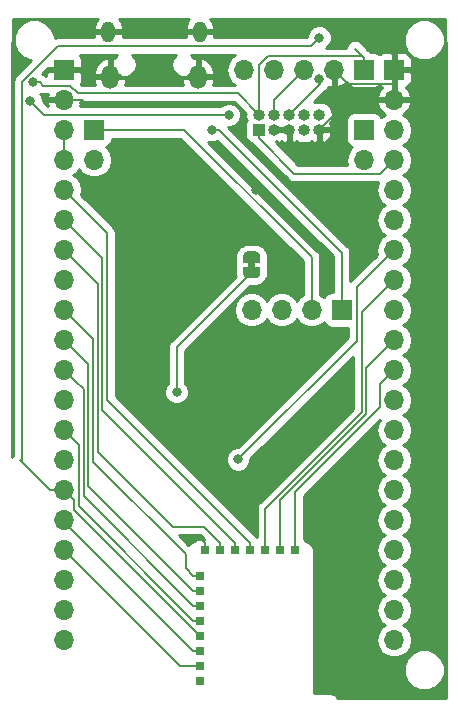
<source format=gbr>
G04 #@! TF.GenerationSoftware,KiCad,Pcbnew,5.0.1*
G04 #@! TF.CreationDate,2019-01-03T14:53:17+01:00*
G04 #@! TF.ProjectId,e73-c,6537332D632E6B696361645F70636200,rev?*
G04 #@! TF.SameCoordinates,Original*
G04 #@! TF.FileFunction,Copper,L2,Bot,Signal*
G04 #@! TF.FilePolarity,Positive*
%FSLAX46Y46*%
G04 Gerber Fmt 4.6, Leading zero omitted, Abs format (unit mm)*
G04 Created by KiCad (PCBNEW 5.0.1) date do 03 jan 2019 14:53:17 CET*
%MOMM*%
%LPD*%
G01*
G04 APERTURE LIST*
G04 #@! TA.AperFunction,ComponentPad*
%ADD10R,0.750000X0.750000*%
G04 #@! TD*
G04 #@! TA.AperFunction,ComponentPad*
%ADD11R,1.700000X1.700000*%
G04 #@! TD*
G04 #@! TA.AperFunction,ComponentPad*
%ADD12O,1.700000X1.700000*%
G04 #@! TD*
G04 #@! TA.AperFunction,SMDPad,CuDef*
%ADD13C,0.500000*%
G04 #@! TD*
G04 #@! TA.AperFunction,Conductor*
%ADD14C,0.100000*%
G04 #@! TD*
G04 #@! TA.AperFunction,ComponentPad*
%ADD15O,1.450000X2.000000*%
G04 #@! TD*
G04 #@! TA.AperFunction,ComponentPad*
%ADD16O,1.150000X1.800000*%
G04 #@! TD*
G04 #@! TA.AperFunction,ComponentPad*
%ADD17R,1.000000X1.000000*%
G04 #@! TD*
G04 #@! TA.AperFunction,ComponentPad*
%ADD18O,1.000000X1.000000*%
G04 #@! TD*
G04 #@! TA.AperFunction,ViaPad*
%ADD19C,0.800000*%
G04 #@! TD*
G04 #@! TA.AperFunction,Conductor*
%ADD20C,0.200000*%
G04 #@! TD*
G04 #@! TA.AperFunction,Conductor*
%ADD21C,0.254000*%
G04 #@! TD*
G04 APERTURE END LIST*
D10*
G04 #@! TO.P,U1,12*
G04 #@! TO.N,26*
X156740000Y-96515000D03*
G04 #@! TO.P,U1,14*
G04 #@! TO.N,6*
X155470000Y-96515000D03*
G04 #@! TO.P,U1,16*
G04 #@! TO.N,8*
X154200000Y-96515000D03*
G04 #@! TO.P,U1,18*
G04 #@! TO.N,4*
X152930000Y-96515000D03*
G04 #@! TO.P,U1,20*
G04 #@! TO.N,12*
X151660000Y-96515000D03*
G04 #@! TO.P,U1,22*
G04 #@! TO.N,7*
X150390000Y-96515000D03*
G04 #@! TO.P,U1,24*
G04 #@! TO.N,GND*
X149120000Y-96515000D03*
G04 #@! TO.P,U1,42*
G04 #@! TO.N,38*
X148685000Y-107610000D03*
G04 #@! TO.P,U1,40*
G04 #@! TO.N,36*
X148685000Y-106340000D03*
G04 #@! TO.P,U1,38*
G04 #@! TO.N,34*
X148685000Y-105070000D03*
G04 #@! TO.P,U1,36*
G04 #@! TO.N,32*
X148685000Y-103800000D03*
G04 #@! TO.P,U1,34*
G04 #@! TO.N,22*
X148685000Y-102530000D03*
G04 #@! TO.P,U1,32*
G04 #@! TO.N,20*
X148685000Y-101260000D03*
G04 #@! TO.P,U1,30*
G04 #@! TO.N,17*
X148685000Y-99990000D03*
G04 #@! TO.P,U1,28*
G04 #@! TO.N,15*
X148685000Y-98720000D03*
G04 #@! TD*
D11*
G04 #@! TO.P,J6,1*
G04 #@! TO.N,LDO_IN*
X160655000Y-76200000D03*
D12*
G04 #@! TO.P,J6,2*
G04 #@! TO.N,5V*
X158115000Y-76200000D03*
G04 #@! TO.P,J6,3*
G04 #@! TO.N,VDDH*
X155575000Y-76200000D03*
G04 #@! TO.P,J6,4*
G04 #@! TO.N,VDD*
X153035000Y-76200000D03*
G04 #@! TD*
G04 #@! TO.P,J7,2*
G04 #@! TO.N,VBAT*
X162560000Y-63500000D03*
D11*
G04 #@! TO.P,J7,1*
X162560000Y-60960000D03*
G04 #@! TD*
G04 #@! TO.P,J4,1*
G04 #@! TO.N,5V*
X139700000Y-60960000D03*
D12*
G04 #@! TO.P,J4,2*
X139700000Y-63500000D03*
G04 #@! TD*
D11*
G04 #@! TO.P,J3,1*
G04 #@! TO.N,SWDIO*
X162560000Y-55880000D03*
D12*
G04 #@! TO.P,J3,2*
G04 #@! TO.N,GND*
X160020000Y-55880000D03*
G04 #@! TO.P,J3,3*
G04 #@! TO.N,SWDCLK*
X157480000Y-55880000D03*
G04 #@! TO.P,J3,4*
G04 #@! TO.N,VDD*
X154940000Y-55880000D03*
G04 #@! TO.P,J3,5*
G04 #@! TO.N,5V*
X152400000Y-55880000D03*
G04 #@! TD*
D13*
G04 #@! TO.P,JP3,1*
G04 #@! TO.N,!RST*
X153035000Y-71725000D03*
D14*
G04 #@! TD*
G04 #@! TO.N,!RST*
G04 #@! TO.C,JP3*
G36*
X153335000Y-72225000D02*
X153335000Y-72625000D01*
X152735000Y-72625000D01*
X152735000Y-72225000D01*
X152285000Y-72225000D01*
X152285000Y-71725000D01*
X152285602Y-71725000D01*
X152285602Y-71700466D01*
X152290412Y-71651635D01*
X152299984Y-71603510D01*
X152314228Y-71556555D01*
X152333005Y-71511222D01*
X152356136Y-71467949D01*
X152383396Y-71427150D01*
X152414524Y-71389221D01*
X152449221Y-71354524D01*
X152487150Y-71323396D01*
X152527949Y-71296136D01*
X152571222Y-71273005D01*
X152616555Y-71254228D01*
X152663510Y-71239984D01*
X152711635Y-71230412D01*
X152760466Y-71225602D01*
X152785000Y-71225602D01*
X152785000Y-71225000D01*
X153285000Y-71225000D01*
X153285000Y-71225602D01*
X153309534Y-71225602D01*
X153358365Y-71230412D01*
X153406490Y-71239984D01*
X153453445Y-71254228D01*
X153498778Y-71273005D01*
X153542051Y-71296136D01*
X153582850Y-71323396D01*
X153620779Y-71354524D01*
X153655476Y-71389221D01*
X153686604Y-71427150D01*
X153713864Y-71467949D01*
X153736995Y-71511222D01*
X153755772Y-71556555D01*
X153770016Y-71603510D01*
X153779588Y-71651635D01*
X153784398Y-71700466D01*
X153784398Y-71725000D01*
X153785000Y-71725000D01*
X153785000Y-72225000D01*
X153335000Y-72225000D01*
X153335000Y-72225000D01*
G37*
D13*
G04 #@! TO.P,JP3,2*
G04 #@! TO.N,18*
X153035000Y-73025000D03*
D14*
G04 #@! TD*
G04 #@! TO.N,18*
G04 #@! TO.C,JP3*
G36*
X153784398Y-73025000D02*
X153784398Y-73049534D01*
X153779588Y-73098365D01*
X153770016Y-73146490D01*
X153755772Y-73193445D01*
X153736995Y-73238778D01*
X153713864Y-73282051D01*
X153686604Y-73322850D01*
X153655476Y-73360779D01*
X153620779Y-73395476D01*
X153582850Y-73426604D01*
X153542051Y-73453864D01*
X153498778Y-73476995D01*
X153453445Y-73495772D01*
X153406490Y-73510016D01*
X153358365Y-73519588D01*
X153309534Y-73524398D01*
X153285000Y-73524398D01*
X153285000Y-73525000D01*
X152785000Y-73525000D01*
X152785000Y-73524398D01*
X152760466Y-73524398D01*
X152711635Y-73519588D01*
X152663510Y-73510016D01*
X152616555Y-73495772D01*
X152571222Y-73476995D01*
X152527949Y-73453864D01*
X152487150Y-73426604D01*
X152449221Y-73395476D01*
X152414524Y-73360779D01*
X152383396Y-73322850D01*
X152356136Y-73282051D01*
X152333005Y-73238778D01*
X152314228Y-73193445D01*
X152299984Y-73146490D01*
X152290412Y-73098365D01*
X152285602Y-73049534D01*
X152285602Y-73025000D01*
X152285000Y-73025000D01*
X152285000Y-72525000D01*
X153785000Y-72525000D01*
X153785000Y-73025000D01*
X153784398Y-73025000D01*
X153784398Y-73025000D01*
G37*
D11*
G04 #@! TO.P,J1,1*
G04 #@! TO.N,GND*
X165100000Y-55880000D03*
D12*
G04 #@! TO.P,J1,2*
X165100000Y-58420000D03*
G04 #@! TO.P,J1,3*
G04 #@! TO.N,VDD*
X165100000Y-60960000D03*
G04 #@! TO.P,J1,4*
X165100000Y-63500000D03*
G04 #@! TO.P,J1,5*
G04 #@! TO.N,Net-(J1-Pad5)*
X165100000Y-66040000D03*
G04 #@! TO.P,J1,6*
G04 #@! TO.N,Net-(J1-Pad6)*
X165100000Y-68580000D03*
G04 #@! TO.P,J1,7*
G04 #@! TO.N,40*
X165100000Y-71120000D03*
G04 #@! TO.P,J1,8*
G04 #@! TO.N,8*
X165100000Y-73660000D03*
G04 #@! TO.P,J1,9*
G04 #@! TO.N,5*
X165100000Y-76200000D03*
G04 #@! TO.P,J1,10*
G04 #@! TO.N,6*
X165100000Y-78740000D03*
G04 #@! TO.P,J1,11*
G04 #@! TO.N,26*
X165100000Y-81280000D03*
G04 #@! TO.P,J1,12*
G04 #@! TO.N,30*
X165100000Y-83820000D03*
G04 #@! TO.P,J1,13*
G04 #@! TO.N,31*
X165100000Y-86360000D03*
G04 #@! TO.P,J1,14*
G04 #@! TO.N,29*
X165100000Y-88900000D03*
G04 #@! TO.P,J1,15*
G04 #@! TO.N,2*
X165100000Y-91440000D03*
G04 #@! TO.P,J1,16*
G04 #@! TO.N,44*
X165100000Y-93980000D03*
G04 #@! TO.P,J1,17*
G04 #@! TO.N,28*
X165100000Y-96520000D03*
G04 #@! TO.P,J1,18*
G04 #@! TO.N,3*
X165100000Y-99060000D03*
G04 #@! TO.P,J1,19*
G04 #@! TO.N,41*
X165100000Y-101600000D03*
G04 #@! TO.P,J1,20*
G04 #@! TO.N,42*
X165100000Y-104140000D03*
G04 #@! TD*
G04 #@! TO.P,J2,20*
G04 #@! TO.N,10*
X137160000Y-104140000D03*
G04 #@! TO.P,J2,19*
G04 #@! TO.N,38*
X137160000Y-101600000D03*
G04 #@! TO.P,J2,18*
G04 #@! TO.N,9*
X137160000Y-99060000D03*
G04 #@! TO.P,J2,17*
G04 #@! TO.N,36*
X137160000Y-96520000D03*
G04 #@! TO.P,J2,16*
G04 #@! TO.N,34*
X137160000Y-93980000D03*
G04 #@! TO.P,J2,15*
G04 #@! TO.N,32*
X137160000Y-91440000D03*
G04 #@! TO.P,J2,14*
G04 #@! TO.N,24*
X137160000Y-88900000D03*
G04 #@! TO.P,J2,13*
G04 #@! TO.N,22*
X137160000Y-86360000D03*
G04 #@! TO.P,J2,12*
G04 #@! TO.N,13*
X137160000Y-83820000D03*
G04 #@! TO.P,J2,11*
G04 #@! TO.N,20*
X137160000Y-81280000D03*
G04 #@! TO.P,J2,10*
G04 #@! TO.N,17*
X137160000Y-78740000D03*
G04 #@! TO.P,J2,9*
G04 #@! TO.N,15*
X137160000Y-76200000D03*
G04 #@! TO.P,J2,8*
G04 #@! TO.N,18*
X137160000Y-73660000D03*
G04 #@! TO.P,J2,7*
G04 #@! TO.N,7*
X137160000Y-71120000D03*
G04 #@! TO.P,J2,6*
G04 #@! TO.N,12*
X137160000Y-68580000D03*
G04 #@! TO.P,J2,5*
G04 #@! TO.N,4*
X137160000Y-66040000D03*
G04 #@! TO.P,J2,4*
G04 #@! TO.N,VDD*
X137160000Y-63500000D03*
G04 #@! TO.P,J2,3*
X137160000Y-60960000D03*
G04 #@! TO.P,J2,2*
G04 #@! TO.N,GND*
X137160000Y-58420000D03*
D11*
G04 #@! TO.P,J2,1*
X137160000Y-55880000D03*
G04 #@! TD*
D15*
G04 #@! TO.P,J5,6*
G04 #@! TO.N,GND*
X148505000Y-56460000D03*
X141055000Y-56460000D03*
D16*
X148655000Y-52660000D03*
X140905000Y-52660000D03*
G04 #@! TD*
D17*
G04 #@! TO.P,J8,1*
G04 #@! TO.N,VDD*
X153670000Y-60960000D03*
D18*
G04 #@! TO.P,J8,2*
G04 #@! TO.N,SWDIO*
X153670000Y-59690000D03*
G04 #@! TO.P,J8,3*
G04 #@! TO.N,GND*
X154940000Y-60960000D03*
G04 #@! TO.P,J8,4*
G04 #@! TO.N,SWDCLK*
X154940000Y-59690000D03*
G04 #@! TO.P,J8,5*
G04 #@! TO.N,GND*
X156210000Y-60960000D03*
G04 #@! TO.P,J8,6*
G04 #@! TO.N,32*
X156210000Y-59690000D03*
G04 #@! TO.P,J8,7*
G04 #@! TO.N,Net-(J8-Pad7)*
X157480000Y-60960000D03*
G04 #@! TO.P,J8,8*
G04 #@! TO.N,Net-(J8-Pad8)*
X157480000Y-59690000D03*
G04 #@! TO.P,J8,9*
G04 #@! TO.N,GND*
X158750000Y-60960000D03*
G04 #@! TO.P,J8,10*
G04 #@! TO.N,!RST*
X158750000Y-59690000D03*
G04 #@! TD*
D19*
G04 #@! TO.N,GND*
X161518600Y-103165000D03*
X142240000Y-76200000D03*
X140970000Y-67310000D03*
X160020000Y-66040000D03*
X162560000Y-66040000D03*
X153441400Y-66040000D03*
X151257000Y-70205600D03*
X147726400Y-95656400D03*
G04 #@! TO.N,SWDIO*
X134562409Y-56927555D03*
G04 #@! TO.N,SWDCLK*
X134304010Y-58525089D03*
X151130000Y-59690000D03*
G04 #@! TO.N,!RST*
X152908000Y-71628000D03*
G04 #@! TO.N,LDO_IN*
X149672000Y-60960000D03*
G04 #@! TO.N,32*
X158775400Y-53136800D03*
X158750000Y-56642000D03*
G04 #@! TO.N,40*
X151892000Y-88849200D03*
G04 #@! TO.N,18*
X146685000Y-83159600D03*
G04 #@! TD*
D20*
G04 #@! TO.N,VDD*
X137160000Y-62297919D02*
X137160000Y-60960000D01*
X137160000Y-63500000D02*
X137160000Y-62297919D01*
X163949999Y-64650001D02*
X164250001Y-64349999D01*
X164250001Y-64349999D02*
X165100000Y-63500000D01*
X153670000Y-61660000D02*
X156660001Y-64650001D01*
X156660001Y-64650001D02*
X163949999Y-64650001D01*
X153670000Y-60960000D02*
X153670000Y-61660000D01*
G04 #@! TO.N,GND*
X160020000Y-59690000D02*
X160020000Y-55880000D01*
X158750000Y-60960000D02*
X160020000Y-59690000D01*
X165100000Y-56930000D02*
X165100000Y-55880000D01*
X161170001Y-57030001D02*
X164999999Y-57030001D01*
X164999999Y-57030001D02*
X165100000Y-56930000D01*
X160020000Y-55880000D02*
X161170001Y-57030001D01*
X165100000Y-55880000D02*
X165100000Y-58420000D01*
X147726400Y-95656400D02*
X149021800Y-95656400D01*
X148836400Y-95656400D02*
X148292085Y-95656400D01*
X148292085Y-95656400D02*
X147726400Y-95656400D01*
X149120000Y-95940000D02*
X148836400Y-95656400D01*
X149120000Y-96515000D02*
X149120000Y-95940000D01*
X138684000Y-58420000D02*
X137160000Y-58420000D01*
X139192000Y-58928000D02*
X138684000Y-58420000D01*
G04 #@! TO.N,SWDIO*
X162560000Y-54830000D02*
X162560000Y-55880000D01*
X162459999Y-54729999D02*
X162560000Y-54830000D01*
X154387999Y-54729999D02*
X162459999Y-54729999D01*
X153670000Y-55447998D02*
X154387999Y-54729999D01*
X153670000Y-59690000D02*
X153670000Y-55447998D01*
X162560000Y-54830000D02*
X161806600Y-54076600D01*
X135401093Y-57200554D02*
X135128094Y-56927555D01*
X135128094Y-56927555D02*
X134562409Y-56927555D01*
X153670000Y-59690000D02*
X151847999Y-57867999D01*
X151847999Y-57867999D02*
X138310001Y-57867999D01*
X138310001Y-57867999D02*
X137642556Y-57200554D01*
X137642556Y-57200554D02*
X135401093Y-57200554D01*
G04 #@! TO.N,SWDCLK*
X154940000Y-58420000D02*
X157480000Y-55880000D01*
X154940000Y-59690000D02*
X154940000Y-58420000D01*
X134704009Y-58925088D02*
X134304010Y-58525089D01*
X135468921Y-59690000D02*
X134704009Y-58925088D01*
X151130000Y-59690000D02*
X135468921Y-59690000D01*
G04 #@! TO.N,26*
X163949999Y-82430001D02*
X163949999Y-84399396D01*
X165100000Y-81280000D02*
X163949999Y-82430001D01*
X156740000Y-91609395D02*
X156740000Y-96515000D01*
X163949999Y-84399396D02*
X156740000Y-91609395D01*
G04 #@! TO.N,LDO_IN*
X160655000Y-71343000D02*
X150272000Y-60960000D01*
X150272000Y-60960000D02*
X149672000Y-60960000D01*
X160655000Y-76200000D02*
X160655000Y-71343000D01*
G04 #@! TO.N,8*
X154200000Y-93017998D02*
X154200000Y-96515000D01*
X162350410Y-84867588D02*
X154200000Y-93017998D01*
X165100000Y-73660000D02*
X162350410Y-76409590D01*
X162350410Y-76409590D02*
X162350410Y-84867588D01*
G04 #@! TO.N,7*
X138009999Y-71969999D02*
X137160000Y-71120000D01*
X140010049Y-73970049D02*
X138009999Y-71969999D01*
X140010049Y-88214051D02*
X140010049Y-73970049D01*
X146348999Y-94553001D02*
X140010049Y-88214051D01*
X149003001Y-94553001D02*
X146348999Y-94553001D01*
X150390000Y-95940000D02*
X149003001Y-94553001D01*
X150390000Y-96515000D02*
X150390000Y-95940000D01*
G04 #@! TO.N,6*
X155470000Y-96515000D02*
X155470000Y-92313696D01*
X155470000Y-92313696D02*
X162750420Y-85033277D01*
X162750420Y-81089580D02*
X165100000Y-78740000D01*
X162750420Y-85033277D02*
X162750420Y-81089580D01*
G04 #@! TO.N,4*
X138009999Y-66889999D02*
X137160000Y-66040000D01*
X140810069Y-69690069D02*
X138009999Y-66889999D01*
X140810069Y-83820069D02*
X140810069Y-69690069D01*
X152930000Y-95940000D02*
X140810069Y-83820069D01*
X152930000Y-96515000D02*
X152930000Y-95940000D01*
G04 #@! TO.N,22*
X138009999Y-87209999D02*
X137160000Y-86360000D01*
X138410009Y-87610009D02*
X138009999Y-87209999D01*
X138410009Y-92830009D02*
X138410009Y-87610009D01*
X148110000Y-102530000D02*
X138410009Y-92830009D01*
X148685000Y-102530000D02*
X148110000Y-102530000D01*
G04 #@! TO.N,20*
X138009999Y-82129999D02*
X137160000Y-81280000D01*
X138810019Y-91960019D02*
X138810019Y-82930019D01*
X148110000Y-101260000D02*
X138810019Y-91960019D01*
X138810019Y-82930019D02*
X138009999Y-82129999D01*
X148685000Y-101260000D02*
X148110000Y-101260000D01*
G04 #@! TO.N,17*
X138009999Y-79589999D02*
X137160000Y-78740000D01*
X139210029Y-91090029D02*
X139210029Y-80790029D01*
X148110000Y-99990000D02*
X139210029Y-91090029D01*
X139210029Y-80790029D02*
X138009999Y-79589999D01*
X148685000Y-99990000D02*
X148110000Y-99990000D01*
G04 #@! TO.N,15*
X138009999Y-77049999D02*
X137160000Y-76200000D01*
X139610039Y-78650039D02*
X138009999Y-77049999D01*
X139610039Y-89070039D02*
X139610039Y-78650039D01*
X147447000Y-98057000D02*
X147447000Y-96907000D01*
X148110000Y-98720000D02*
X147447000Y-98057000D01*
X148685000Y-98720000D02*
X148110000Y-98720000D01*
X147447000Y-96907000D02*
X139610039Y-89070039D01*
G04 #@! TO.N,12*
X140410059Y-71830059D02*
X138009999Y-69429999D01*
X140410059Y-84690059D02*
X140410059Y-71830059D01*
X151660000Y-95940000D02*
X140410059Y-84690059D01*
X138009999Y-69429999D02*
X137160000Y-68580000D01*
X151660000Y-96515000D02*
X151660000Y-95940000D01*
G04 #@! TO.N,32*
X138009999Y-92289999D02*
X137160000Y-91440000D01*
X138009999Y-93124999D02*
X138009999Y-92289999D01*
X148685000Y-103800000D02*
X138009999Y-93124999D01*
X137160000Y-91440000D02*
X135957919Y-91440000D01*
X156210000Y-59690000D02*
X158800800Y-57099200D01*
X158800800Y-57099200D02*
X158800800Y-56515000D01*
X158775400Y-53136800D02*
X158775400Y-53136800D01*
X158800800Y-56515000D02*
X158800800Y-56515000D01*
X133604000Y-89086081D02*
X133462799Y-88944880D01*
X133604000Y-89086081D02*
X133604000Y-56896000D01*
X135957919Y-91440000D02*
X133604000Y-89086081D01*
X158375401Y-53536799D02*
X158775400Y-53136800D01*
X136639990Y-53860010D02*
X158052190Y-53860010D01*
X158052190Y-53860010D02*
X158375401Y-53536799D01*
X133604000Y-56896000D02*
X136639990Y-53860010D01*
G04 #@! TO.N,40*
X161950400Y-74269600D02*
X165100000Y-71120000D01*
X151892000Y-88849200D02*
X161950400Y-78790800D01*
X161950400Y-78790800D02*
X161950400Y-74269600D01*
G04 #@! TO.N,34*
X148110000Y-105070000D02*
X137160000Y-94120000D01*
X137160000Y-94120000D02*
X137160000Y-93980000D01*
X148685000Y-105070000D02*
X148110000Y-105070000D01*
G04 #@! TO.N,36*
X146980000Y-106340000D02*
X137160000Y-96520000D01*
X148685000Y-106340000D02*
X146980000Y-106340000D01*
G04 #@! TO.N,18*
X146685000Y-79375000D02*
X153035000Y-73025000D01*
X146685000Y-83159600D02*
X146685000Y-79375000D01*
G04 #@! TO.N,5V*
X158115000Y-74997919D02*
X158115000Y-76200000D01*
X158115000Y-71755000D02*
X158115000Y-74930000D01*
X147320000Y-60960000D02*
X158115000Y-71755000D01*
X139700000Y-60960000D02*
X147320000Y-60960000D01*
X158115000Y-76200000D02*
X158115000Y-74930000D01*
G04 #@! TD*
D21*
G04 #@! TO.N,GND*
G36*
X139835707Y-51754620D02*
X139695000Y-52208000D01*
X139695000Y-52533000D01*
X140778000Y-52533000D01*
X140778000Y-52513000D01*
X141032000Y-52513000D01*
X141032000Y-52533000D01*
X142115000Y-52533000D01*
X142115000Y-52208000D01*
X141974293Y-51754620D01*
X141791690Y-51535000D01*
X147768310Y-51535000D01*
X147585707Y-51754620D01*
X147445000Y-52208000D01*
X147445000Y-52533000D01*
X148528000Y-52533000D01*
X148528000Y-52513000D01*
X148782000Y-52513000D01*
X148782000Y-52533000D01*
X149865000Y-52533000D01*
X149865000Y-52208000D01*
X149724293Y-51754620D01*
X149541690Y-51535000D01*
X169445000Y-51535000D01*
X169445001Y-53412388D01*
X169470001Y-53538071D01*
X169470000Y-106749925D01*
X169470001Y-106749930D01*
X169470000Y-109093000D01*
X160312386Y-109093000D01*
X160307805Y-109069972D01*
X160150881Y-108835119D01*
X159916028Y-108678195D01*
X159639000Y-108623091D01*
X159441380Y-108662400D01*
X158291600Y-108662400D01*
X158291600Y-106334887D01*
X165905000Y-106334887D01*
X165905000Y-107025113D01*
X166169138Y-107662799D01*
X166657201Y-108150862D01*
X167294887Y-108415000D01*
X167985113Y-108415000D01*
X168622799Y-108150862D01*
X169110862Y-107662799D01*
X169375000Y-107025113D01*
X169375000Y-106334887D01*
X169110862Y-105697201D01*
X168622799Y-105209138D01*
X167985113Y-104945000D01*
X167294887Y-104945000D01*
X166657201Y-105209138D01*
X166169138Y-105697201D01*
X165905000Y-106334887D01*
X158291600Y-106334887D01*
X158291600Y-96564526D01*
X158305509Y-96494600D01*
X158250405Y-96217572D01*
X158093481Y-95982719D01*
X157858628Y-95825795D01*
X157651526Y-95784600D01*
X157651525Y-95784600D01*
X157639660Y-95782240D01*
X157572809Y-95682191D01*
X157475000Y-95616837D01*
X157475000Y-91913841D01*
X163888233Y-85500609D01*
X163701161Y-85780582D01*
X163585908Y-86360000D01*
X163701161Y-86939418D01*
X164029375Y-87430625D01*
X164327761Y-87630000D01*
X164029375Y-87829375D01*
X163701161Y-88320582D01*
X163585908Y-88900000D01*
X163701161Y-89479418D01*
X164029375Y-89970625D01*
X164327761Y-90170000D01*
X164029375Y-90369375D01*
X163701161Y-90860582D01*
X163585908Y-91440000D01*
X163701161Y-92019418D01*
X164029375Y-92510625D01*
X164327761Y-92710000D01*
X164029375Y-92909375D01*
X163701161Y-93400582D01*
X163585908Y-93980000D01*
X163701161Y-94559418D01*
X164029375Y-95050625D01*
X164327761Y-95250000D01*
X164029375Y-95449375D01*
X163701161Y-95940582D01*
X163585908Y-96520000D01*
X163701161Y-97099418D01*
X164029375Y-97590625D01*
X164327761Y-97790000D01*
X164029375Y-97989375D01*
X163701161Y-98480582D01*
X163585908Y-99060000D01*
X163701161Y-99639418D01*
X164029375Y-100130625D01*
X164327761Y-100330000D01*
X164029375Y-100529375D01*
X163701161Y-101020582D01*
X163585908Y-101600000D01*
X163701161Y-102179418D01*
X164029375Y-102670625D01*
X164327761Y-102870000D01*
X164029375Y-103069375D01*
X163701161Y-103560582D01*
X163585908Y-104140000D01*
X163701161Y-104719418D01*
X164029375Y-105210625D01*
X164520582Y-105538839D01*
X164953744Y-105625000D01*
X165246256Y-105625000D01*
X165679418Y-105538839D01*
X166170625Y-105210625D01*
X166498839Y-104719418D01*
X166614092Y-104140000D01*
X166498839Y-103560582D01*
X166170625Y-103069375D01*
X165872239Y-102870000D01*
X166170625Y-102670625D01*
X166498839Y-102179418D01*
X166614092Y-101600000D01*
X166498839Y-101020582D01*
X166170625Y-100529375D01*
X165872239Y-100330000D01*
X166170625Y-100130625D01*
X166498839Y-99639418D01*
X166614092Y-99060000D01*
X166498839Y-98480582D01*
X166170625Y-97989375D01*
X165872239Y-97790000D01*
X166170625Y-97590625D01*
X166498839Y-97099418D01*
X166614092Y-96520000D01*
X166498839Y-95940582D01*
X166170625Y-95449375D01*
X165872239Y-95250000D01*
X166170625Y-95050625D01*
X166498839Y-94559418D01*
X166614092Y-93980000D01*
X166498839Y-93400582D01*
X166170625Y-92909375D01*
X165872239Y-92710000D01*
X166170625Y-92510625D01*
X166498839Y-92019418D01*
X166614092Y-91440000D01*
X166498839Y-90860582D01*
X166170625Y-90369375D01*
X165872239Y-90170000D01*
X166170625Y-89970625D01*
X166498839Y-89479418D01*
X166614092Y-88900000D01*
X166498839Y-88320582D01*
X166170625Y-87829375D01*
X165872239Y-87630000D01*
X166170625Y-87430625D01*
X166498839Y-86939418D01*
X166614092Y-86360000D01*
X166498839Y-85780582D01*
X166170625Y-85289375D01*
X165872239Y-85090000D01*
X166170625Y-84890625D01*
X166498839Y-84399418D01*
X166614092Y-83820000D01*
X166498839Y-83240582D01*
X166170625Y-82749375D01*
X165872239Y-82550000D01*
X166170625Y-82350625D01*
X166498839Y-81859418D01*
X166614092Y-81280000D01*
X166498839Y-80700582D01*
X166170625Y-80209375D01*
X165872239Y-80010000D01*
X166170625Y-79810625D01*
X166498839Y-79319418D01*
X166614092Y-78740000D01*
X166498839Y-78160582D01*
X166170625Y-77669375D01*
X165872239Y-77470000D01*
X166170625Y-77270625D01*
X166498839Y-76779418D01*
X166614092Y-76200000D01*
X166498839Y-75620582D01*
X166170625Y-75129375D01*
X165872239Y-74930000D01*
X166170625Y-74730625D01*
X166498839Y-74239418D01*
X166614092Y-73660000D01*
X166498839Y-73080582D01*
X166170625Y-72589375D01*
X165872239Y-72390000D01*
X166170625Y-72190625D01*
X166498839Y-71699418D01*
X166614092Y-71120000D01*
X166498839Y-70540582D01*
X166170625Y-70049375D01*
X165872239Y-69850000D01*
X166170625Y-69650625D01*
X166498839Y-69159418D01*
X166614092Y-68580000D01*
X166498839Y-68000582D01*
X166170625Y-67509375D01*
X165872239Y-67310000D01*
X166170625Y-67110625D01*
X166498839Y-66619418D01*
X166614092Y-66040000D01*
X166498839Y-65460582D01*
X166170625Y-64969375D01*
X165872239Y-64770000D01*
X166170625Y-64570625D01*
X166498839Y-64079418D01*
X166614092Y-63500000D01*
X166498839Y-62920582D01*
X166170625Y-62429375D01*
X165872239Y-62230000D01*
X166170625Y-62030625D01*
X166498839Y-61539418D01*
X166614092Y-60960000D01*
X166498839Y-60380582D01*
X166170625Y-59889375D01*
X165851522Y-59676157D01*
X165981358Y-59615183D01*
X166371645Y-59186924D01*
X166541476Y-58776890D01*
X166420155Y-58547000D01*
X165227000Y-58547000D01*
X165227000Y-58567000D01*
X164973000Y-58567000D01*
X164973000Y-58547000D01*
X163779845Y-58547000D01*
X163658524Y-58776890D01*
X163828355Y-59186924D01*
X164218642Y-59615183D01*
X164348478Y-59676157D01*
X164029375Y-59889375D01*
X164017184Y-59907619D01*
X164008157Y-59862235D01*
X163867809Y-59652191D01*
X163657765Y-59511843D01*
X163410000Y-59462560D01*
X161710000Y-59462560D01*
X161462235Y-59511843D01*
X161252191Y-59652191D01*
X161111843Y-59862235D01*
X161062560Y-60110000D01*
X161062560Y-61810000D01*
X161111843Y-62057765D01*
X161252191Y-62267809D01*
X161462235Y-62408157D01*
X161507619Y-62417184D01*
X161489375Y-62429375D01*
X161161161Y-62920582D01*
X161045908Y-63500000D01*
X161128457Y-63915001D01*
X156964448Y-63915001D01*
X155067002Y-62017556D01*
X155067002Y-61927955D01*
X155241874Y-62054119D01*
X155500209Y-61947127D01*
X155575000Y-61882511D01*
X155649791Y-61947127D01*
X155908126Y-62054119D01*
X156083000Y-61927954D01*
X156083000Y-61087000D01*
X155067000Y-61087000D01*
X155067000Y-61107000D01*
X154817440Y-61107000D01*
X154817440Y-60822856D01*
X154828217Y-60825000D01*
X155051783Y-60825000D01*
X155067000Y-60821973D01*
X155067000Y-60833000D01*
X156083000Y-60833000D01*
X156083000Y-60821973D01*
X156098217Y-60825000D01*
X156321783Y-60825000D01*
X156337000Y-60821973D01*
X156337000Y-60833000D01*
X156348027Y-60833000D01*
X156322765Y-60960000D01*
X156348027Y-61087000D01*
X156337000Y-61087000D01*
X156337000Y-61927954D01*
X156511874Y-62054119D01*
X156770209Y-61947127D01*
X156833090Y-61892801D01*
X157037145Y-62029146D01*
X157368217Y-62095000D01*
X157591783Y-62095000D01*
X157922855Y-62029146D01*
X158126910Y-61892801D01*
X158189791Y-61947127D01*
X158448126Y-62054119D01*
X158623000Y-61927954D01*
X158623000Y-61087000D01*
X158877000Y-61087000D01*
X158877000Y-61927954D01*
X159051874Y-62054119D01*
X159310209Y-61947127D01*
X159645323Y-61657604D01*
X159844132Y-61261877D01*
X159719135Y-61087000D01*
X158877000Y-61087000D01*
X158623000Y-61087000D01*
X158611973Y-61087000D01*
X158637235Y-60960000D01*
X158611973Y-60833000D01*
X158623000Y-60833000D01*
X158623000Y-60821973D01*
X158638217Y-60825000D01*
X158861783Y-60825000D01*
X158877000Y-60821973D01*
X158877000Y-60833000D01*
X159719135Y-60833000D01*
X159844132Y-60658123D01*
X159682776Y-60336947D01*
X159819146Y-60132855D01*
X159907235Y-59690000D01*
X159819146Y-59247145D01*
X159568289Y-58871711D01*
X159192855Y-58620854D01*
X158861783Y-58555000D01*
X158638217Y-58555000D01*
X158321435Y-58618012D01*
X159269338Y-57670109D01*
X159330705Y-57629105D01*
X159493154Y-57385983D01*
X159498971Y-57356740D01*
X159571980Y-57283731D01*
X159663110Y-57321476D01*
X159893000Y-57200155D01*
X159893000Y-56007000D01*
X159873000Y-56007000D01*
X159873000Y-55753000D01*
X159893000Y-55753000D01*
X159893000Y-55733000D01*
X160147000Y-55733000D01*
X160147000Y-55753000D01*
X160167000Y-55753000D01*
X160167000Y-56007000D01*
X160147000Y-56007000D01*
X160147000Y-57200155D01*
X160376890Y-57321476D01*
X160786924Y-57151645D01*
X161091261Y-56874292D01*
X161111843Y-56977765D01*
X161252191Y-57187809D01*
X161462235Y-57328157D01*
X161710000Y-57377440D01*
X163410000Y-57377440D01*
X163657765Y-57328157D01*
X163833025Y-57211051D01*
X163890302Y-57268327D01*
X164099878Y-57355136D01*
X163828355Y-57653076D01*
X163658524Y-58063110D01*
X163779845Y-58293000D01*
X164973000Y-58293000D01*
X164973000Y-56007000D01*
X165227000Y-56007000D01*
X165227000Y-58293000D01*
X166420155Y-58293000D01*
X166541476Y-58063110D01*
X166371645Y-57653076D01*
X166100122Y-57355136D01*
X166309698Y-57268327D01*
X166488327Y-57089699D01*
X166585000Y-56856310D01*
X166585000Y-56165750D01*
X166426250Y-56007000D01*
X165227000Y-56007000D01*
X164973000Y-56007000D01*
X164953000Y-56007000D01*
X164953000Y-55753000D01*
X164973000Y-55753000D01*
X164973000Y-54553750D01*
X165227000Y-54553750D01*
X165227000Y-55753000D01*
X166426250Y-55753000D01*
X166585000Y-55594250D01*
X166585000Y-54903690D01*
X166488327Y-54670301D01*
X166309698Y-54491673D01*
X166076309Y-54395000D01*
X165385750Y-54395000D01*
X165227000Y-54553750D01*
X164973000Y-54553750D01*
X164814250Y-54395000D01*
X164123691Y-54395000D01*
X163890302Y-54491673D01*
X163833025Y-54548949D01*
X163657765Y-54431843D01*
X163410000Y-54382560D01*
X163145006Y-54382560D01*
X163089905Y-54300095D01*
X163029959Y-54260041D01*
X162989904Y-54200094D01*
X162928536Y-54159089D01*
X162275137Y-53505691D01*
X162093382Y-53384246D01*
X161806600Y-53327202D01*
X161519818Y-53384246D01*
X161276695Y-53546695D01*
X161114246Y-53789818D01*
X161073433Y-53994999D01*
X159380912Y-53994999D01*
X159652831Y-53723080D01*
X159810400Y-53342674D01*
X159810400Y-52994887D01*
X165905000Y-52994887D01*
X165905000Y-53685113D01*
X166169138Y-54322799D01*
X166657201Y-54810862D01*
X167294887Y-55075000D01*
X167985113Y-55075000D01*
X168622799Y-54810862D01*
X169110862Y-54322799D01*
X169375000Y-53685113D01*
X169375000Y-52994887D01*
X169110862Y-52357201D01*
X168622799Y-51869138D01*
X167985113Y-51605000D01*
X167294887Y-51605000D01*
X166657201Y-51869138D01*
X166169138Y-52357201D01*
X165905000Y-52994887D01*
X159810400Y-52994887D01*
X159810400Y-52930926D01*
X159652831Y-52550520D01*
X159361680Y-52259369D01*
X158981274Y-52101800D01*
X158569526Y-52101800D01*
X158189120Y-52259369D01*
X157897969Y-52550520D01*
X157740400Y-52930926D01*
X157740400Y-53125010D01*
X149860962Y-53125010D01*
X149865000Y-53112000D01*
X149865000Y-52787000D01*
X148782000Y-52787000D01*
X148782000Y-52807000D01*
X148528000Y-52807000D01*
X148528000Y-52787000D01*
X147445000Y-52787000D01*
X147445000Y-53112000D01*
X147449038Y-53125010D01*
X142110962Y-53125010D01*
X142115000Y-53112000D01*
X142115000Y-52787000D01*
X141032000Y-52787000D01*
X141032000Y-52807000D01*
X140778000Y-52807000D01*
X140778000Y-52787000D01*
X139695000Y-52787000D01*
X139695000Y-53112000D01*
X139699038Y-53125010D01*
X136712373Y-53125010D01*
X136639989Y-53110612D01*
X136567605Y-53125010D01*
X136567602Y-53125010D01*
X136355000Y-53167299D01*
X136355000Y-52994887D01*
X136090862Y-52357201D01*
X135602799Y-51869138D01*
X134965113Y-51605000D01*
X134274887Y-51605000D01*
X133637201Y-51869138D01*
X133149138Y-52357201D01*
X132885000Y-52994887D01*
X132885000Y-53685113D01*
X133149138Y-54322799D01*
X133637201Y-54810862D01*
X134274887Y-55075000D01*
X134385554Y-55075000D01*
X133135463Y-56325091D01*
X133074096Y-56366095D01*
X133033092Y-56427462D01*
X133033091Y-56427463D01*
X132911646Y-56609218D01*
X132854602Y-56896000D01*
X132869001Y-56968389D01*
X132869000Y-88510599D01*
X132790000Y-88628832D01*
X132790000Y-53538071D01*
X132815000Y-53412388D01*
X132815000Y-51535000D01*
X140018310Y-51535000D01*
X139835707Y-51754620D01*
X139835707Y-51754620D01*
G37*
X139835707Y-51754620D02*
X139695000Y-52208000D01*
X139695000Y-52533000D01*
X140778000Y-52533000D01*
X140778000Y-52513000D01*
X141032000Y-52513000D01*
X141032000Y-52533000D01*
X142115000Y-52533000D01*
X142115000Y-52208000D01*
X141974293Y-51754620D01*
X141791690Y-51535000D01*
X147768310Y-51535000D01*
X147585707Y-51754620D01*
X147445000Y-52208000D01*
X147445000Y-52533000D01*
X148528000Y-52533000D01*
X148528000Y-52513000D01*
X148782000Y-52513000D01*
X148782000Y-52533000D01*
X149865000Y-52533000D01*
X149865000Y-52208000D01*
X149724293Y-51754620D01*
X149541690Y-51535000D01*
X169445000Y-51535000D01*
X169445001Y-53412388D01*
X169470001Y-53538071D01*
X169470000Y-106749925D01*
X169470001Y-106749930D01*
X169470000Y-109093000D01*
X160312386Y-109093000D01*
X160307805Y-109069972D01*
X160150881Y-108835119D01*
X159916028Y-108678195D01*
X159639000Y-108623091D01*
X159441380Y-108662400D01*
X158291600Y-108662400D01*
X158291600Y-106334887D01*
X165905000Y-106334887D01*
X165905000Y-107025113D01*
X166169138Y-107662799D01*
X166657201Y-108150862D01*
X167294887Y-108415000D01*
X167985113Y-108415000D01*
X168622799Y-108150862D01*
X169110862Y-107662799D01*
X169375000Y-107025113D01*
X169375000Y-106334887D01*
X169110862Y-105697201D01*
X168622799Y-105209138D01*
X167985113Y-104945000D01*
X167294887Y-104945000D01*
X166657201Y-105209138D01*
X166169138Y-105697201D01*
X165905000Y-106334887D01*
X158291600Y-106334887D01*
X158291600Y-96564526D01*
X158305509Y-96494600D01*
X158250405Y-96217572D01*
X158093481Y-95982719D01*
X157858628Y-95825795D01*
X157651526Y-95784600D01*
X157651525Y-95784600D01*
X157639660Y-95782240D01*
X157572809Y-95682191D01*
X157475000Y-95616837D01*
X157475000Y-91913841D01*
X163888233Y-85500609D01*
X163701161Y-85780582D01*
X163585908Y-86360000D01*
X163701161Y-86939418D01*
X164029375Y-87430625D01*
X164327761Y-87630000D01*
X164029375Y-87829375D01*
X163701161Y-88320582D01*
X163585908Y-88900000D01*
X163701161Y-89479418D01*
X164029375Y-89970625D01*
X164327761Y-90170000D01*
X164029375Y-90369375D01*
X163701161Y-90860582D01*
X163585908Y-91440000D01*
X163701161Y-92019418D01*
X164029375Y-92510625D01*
X164327761Y-92710000D01*
X164029375Y-92909375D01*
X163701161Y-93400582D01*
X163585908Y-93980000D01*
X163701161Y-94559418D01*
X164029375Y-95050625D01*
X164327761Y-95250000D01*
X164029375Y-95449375D01*
X163701161Y-95940582D01*
X163585908Y-96520000D01*
X163701161Y-97099418D01*
X164029375Y-97590625D01*
X164327761Y-97790000D01*
X164029375Y-97989375D01*
X163701161Y-98480582D01*
X163585908Y-99060000D01*
X163701161Y-99639418D01*
X164029375Y-100130625D01*
X164327761Y-100330000D01*
X164029375Y-100529375D01*
X163701161Y-101020582D01*
X163585908Y-101600000D01*
X163701161Y-102179418D01*
X164029375Y-102670625D01*
X164327761Y-102870000D01*
X164029375Y-103069375D01*
X163701161Y-103560582D01*
X163585908Y-104140000D01*
X163701161Y-104719418D01*
X164029375Y-105210625D01*
X164520582Y-105538839D01*
X164953744Y-105625000D01*
X165246256Y-105625000D01*
X165679418Y-105538839D01*
X166170625Y-105210625D01*
X166498839Y-104719418D01*
X166614092Y-104140000D01*
X166498839Y-103560582D01*
X166170625Y-103069375D01*
X165872239Y-102870000D01*
X166170625Y-102670625D01*
X166498839Y-102179418D01*
X166614092Y-101600000D01*
X166498839Y-101020582D01*
X166170625Y-100529375D01*
X165872239Y-100330000D01*
X166170625Y-100130625D01*
X166498839Y-99639418D01*
X166614092Y-99060000D01*
X166498839Y-98480582D01*
X166170625Y-97989375D01*
X165872239Y-97790000D01*
X166170625Y-97590625D01*
X166498839Y-97099418D01*
X166614092Y-96520000D01*
X166498839Y-95940582D01*
X166170625Y-95449375D01*
X165872239Y-95250000D01*
X166170625Y-95050625D01*
X166498839Y-94559418D01*
X166614092Y-93980000D01*
X166498839Y-93400582D01*
X166170625Y-92909375D01*
X165872239Y-92710000D01*
X166170625Y-92510625D01*
X166498839Y-92019418D01*
X166614092Y-91440000D01*
X166498839Y-90860582D01*
X166170625Y-90369375D01*
X165872239Y-90170000D01*
X166170625Y-89970625D01*
X166498839Y-89479418D01*
X166614092Y-88900000D01*
X166498839Y-88320582D01*
X166170625Y-87829375D01*
X165872239Y-87630000D01*
X166170625Y-87430625D01*
X166498839Y-86939418D01*
X166614092Y-86360000D01*
X166498839Y-85780582D01*
X166170625Y-85289375D01*
X165872239Y-85090000D01*
X166170625Y-84890625D01*
X166498839Y-84399418D01*
X166614092Y-83820000D01*
X166498839Y-83240582D01*
X166170625Y-82749375D01*
X165872239Y-82550000D01*
X166170625Y-82350625D01*
X166498839Y-81859418D01*
X166614092Y-81280000D01*
X166498839Y-80700582D01*
X166170625Y-80209375D01*
X165872239Y-80010000D01*
X166170625Y-79810625D01*
X166498839Y-79319418D01*
X166614092Y-78740000D01*
X166498839Y-78160582D01*
X166170625Y-77669375D01*
X165872239Y-77470000D01*
X166170625Y-77270625D01*
X166498839Y-76779418D01*
X166614092Y-76200000D01*
X166498839Y-75620582D01*
X166170625Y-75129375D01*
X165872239Y-74930000D01*
X166170625Y-74730625D01*
X166498839Y-74239418D01*
X166614092Y-73660000D01*
X166498839Y-73080582D01*
X166170625Y-72589375D01*
X165872239Y-72390000D01*
X166170625Y-72190625D01*
X166498839Y-71699418D01*
X166614092Y-71120000D01*
X166498839Y-70540582D01*
X166170625Y-70049375D01*
X165872239Y-69850000D01*
X166170625Y-69650625D01*
X166498839Y-69159418D01*
X166614092Y-68580000D01*
X166498839Y-68000582D01*
X166170625Y-67509375D01*
X165872239Y-67310000D01*
X166170625Y-67110625D01*
X166498839Y-66619418D01*
X166614092Y-66040000D01*
X166498839Y-65460582D01*
X166170625Y-64969375D01*
X165872239Y-64770000D01*
X166170625Y-64570625D01*
X166498839Y-64079418D01*
X166614092Y-63500000D01*
X166498839Y-62920582D01*
X166170625Y-62429375D01*
X165872239Y-62230000D01*
X166170625Y-62030625D01*
X166498839Y-61539418D01*
X166614092Y-60960000D01*
X166498839Y-60380582D01*
X166170625Y-59889375D01*
X165851522Y-59676157D01*
X165981358Y-59615183D01*
X166371645Y-59186924D01*
X166541476Y-58776890D01*
X166420155Y-58547000D01*
X165227000Y-58547000D01*
X165227000Y-58567000D01*
X164973000Y-58567000D01*
X164973000Y-58547000D01*
X163779845Y-58547000D01*
X163658524Y-58776890D01*
X163828355Y-59186924D01*
X164218642Y-59615183D01*
X164348478Y-59676157D01*
X164029375Y-59889375D01*
X164017184Y-59907619D01*
X164008157Y-59862235D01*
X163867809Y-59652191D01*
X163657765Y-59511843D01*
X163410000Y-59462560D01*
X161710000Y-59462560D01*
X161462235Y-59511843D01*
X161252191Y-59652191D01*
X161111843Y-59862235D01*
X161062560Y-60110000D01*
X161062560Y-61810000D01*
X161111843Y-62057765D01*
X161252191Y-62267809D01*
X161462235Y-62408157D01*
X161507619Y-62417184D01*
X161489375Y-62429375D01*
X161161161Y-62920582D01*
X161045908Y-63500000D01*
X161128457Y-63915001D01*
X156964448Y-63915001D01*
X155067002Y-62017556D01*
X155067002Y-61927955D01*
X155241874Y-62054119D01*
X155500209Y-61947127D01*
X155575000Y-61882511D01*
X155649791Y-61947127D01*
X155908126Y-62054119D01*
X156083000Y-61927954D01*
X156083000Y-61087000D01*
X155067000Y-61087000D01*
X155067000Y-61107000D01*
X154817440Y-61107000D01*
X154817440Y-60822856D01*
X154828217Y-60825000D01*
X155051783Y-60825000D01*
X155067000Y-60821973D01*
X155067000Y-60833000D01*
X156083000Y-60833000D01*
X156083000Y-60821973D01*
X156098217Y-60825000D01*
X156321783Y-60825000D01*
X156337000Y-60821973D01*
X156337000Y-60833000D01*
X156348027Y-60833000D01*
X156322765Y-60960000D01*
X156348027Y-61087000D01*
X156337000Y-61087000D01*
X156337000Y-61927954D01*
X156511874Y-62054119D01*
X156770209Y-61947127D01*
X156833090Y-61892801D01*
X157037145Y-62029146D01*
X157368217Y-62095000D01*
X157591783Y-62095000D01*
X157922855Y-62029146D01*
X158126910Y-61892801D01*
X158189791Y-61947127D01*
X158448126Y-62054119D01*
X158623000Y-61927954D01*
X158623000Y-61087000D01*
X158877000Y-61087000D01*
X158877000Y-61927954D01*
X159051874Y-62054119D01*
X159310209Y-61947127D01*
X159645323Y-61657604D01*
X159844132Y-61261877D01*
X159719135Y-61087000D01*
X158877000Y-61087000D01*
X158623000Y-61087000D01*
X158611973Y-61087000D01*
X158637235Y-60960000D01*
X158611973Y-60833000D01*
X158623000Y-60833000D01*
X158623000Y-60821973D01*
X158638217Y-60825000D01*
X158861783Y-60825000D01*
X158877000Y-60821973D01*
X158877000Y-60833000D01*
X159719135Y-60833000D01*
X159844132Y-60658123D01*
X159682776Y-60336947D01*
X159819146Y-60132855D01*
X159907235Y-59690000D01*
X159819146Y-59247145D01*
X159568289Y-58871711D01*
X159192855Y-58620854D01*
X158861783Y-58555000D01*
X158638217Y-58555000D01*
X158321435Y-58618012D01*
X159269338Y-57670109D01*
X159330705Y-57629105D01*
X159493154Y-57385983D01*
X159498971Y-57356740D01*
X159571980Y-57283731D01*
X159663110Y-57321476D01*
X159893000Y-57200155D01*
X159893000Y-56007000D01*
X159873000Y-56007000D01*
X159873000Y-55753000D01*
X159893000Y-55753000D01*
X159893000Y-55733000D01*
X160147000Y-55733000D01*
X160147000Y-55753000D01*
X160167000Y-55753000D01*
X160167000Y-56007000D01*
X160147000Y-56007000D01*
X160147000Y-57200155D01*
X160376890Y-57321476D01*
X160786924Y-57151645D01*
X161091261Y-56874292D01*
X161111843Y-56977765D01*
X161252191Y-57187809D01*
X161462235Y-57328157D01*
X161710000Y-57377440D01*
X163410000Y-57377440D01*
X163657765Y-57328157D01*
X163833025Y-57211051D01*
X163890302Y-57268327D01*
X164099878Y-57355136D01*
X163828355Y-57653076D01*
X163658524Y-58063110D01*
X163779845Y-58293000D01*
X164973000Y-58293000D01*
X164973000Y-56007000D01*
X165227000Y-56007000D01*
X165227000Y-58293000D01*
X166420155Y-58293000D01*
X166541476Y-58063110D01*
X166371645Y-57653076D01*
X166100122Y-57355136D01*
X166309698Y-57268327D01*
X166488327Y-57089699D01*
X166585000Y-56856310D01*
X166585000Y-56165750D01*
X166426250Y-56007000D01*
X165227000Y-56007000D01*
X164973000Y-56007000D01*
X164953000Y-56007000D01*
X164953000Y-55753000D01*
X164973000Y-55753000D01*
X164973000Y-54553750D01*
X165227000Y-54553750D01*
X165227000Y-55753000D01*
X166426250Y-55753000D01*
X166585000Y-55594250D01*
X166585000Y-54903690D01*
X166488327Y-54670301D01*
X166309698Y-54491673D01*
X166076309Y-54395000D01*
X165385750Y-54395000D01*
X165227000Y-54553750D01*
X164973000Y-54553750D01*
X164814250Y-54395000D01*
X164123691Y-54395000D01*
X163890302Y-54491673D01*
X163833025Y-54548949D01*
X163657765Y-54431843D01*
X163410000Y-54382560D01*
X163145006Y-54382560D01*
X163089905Y-54300095D01*
X163029959Y-54260041D01*
X162989904Y-54200094D01*
X162928536Y-54159089D01*
X162275137Y-53505691D01*
X162093382Y-53384246D01*
X161806600Y-53327202D01*
X161519818Y-53384246D01*
X161276695Y-53546695D01*
X161114246Y-53789818D01*
X161073433Y-53994999D01*
X159380912Y-53994999D01*
X159652831Y-53723080D01*
X159810400Y-53342674D01*
X159810400Y-52994887D01*
X165905000Y-52994887D01*
X165905000Y-53685113D01*
X166169138Y-54322799D01*
X166657201Y-54810862D01*
X167294887Y-55075000D01*
X167985113Y-55075000D01*
X168622799Y-54810862D01*
X169110862Y-54322799D01*
X169375000Y-53685113D01*
X169375000Y-52994887D01*
X169110862Y-52357201D01*
X168622799Y-51869138D01*
X167985113Y-51605000D01*
X167294887Y-51605000D01*
X166657201Y-51869138D01*
X166169138Y-52357201D01*
X165905000Y-52994887D01*
X159810400Y-52994887D01*
X159810400Y-52930926D01*
X159652831Y-52550520D01*
X159361680Y-52259369D01*
X158981274Y-52101800D01*
X158569526Y-52101800D01*
X158189120Y-52259369D01*
X157897969Y-52550520D01*
X157740400Y-52930926D01*
X157740400Y-53125010D01*
X149860962Y-53125010D01*
X149865000Y-53112000D01*
X149865000Y-52787000D01*
X148782000Y-52787000D01*
X148782000Y-52807000D01*
X148528000Y-52807000D01*
X148528000Y-52787000D01*
X147445000Y-52787000D01*
X147445000Y-53112000D01*
X147449038Y-53125010D01*
X142110962Y-53125010D01*
X142115000Y-53112000D01*
X142115000Y-52787000D01*
X141032000Y-52787000D01*
X141032000Y-52807000D01*
X140778000Y-52807000D01*
X140778000Y-52787000D01*
X139695000Y-52787000D01*
X139695000Y-53112000D01*
X139699038Y-53125010D01*
X136712373Y-53125010D01*
X136639989Y-53110612D01*
X136567605Y-53125010D01*
X136567602Y-53125010D01*
X136355000Y-53167299D01*
X136355000Y-52994887D01*
X136090862Y-52357201D01*
X135602799Y-51869138D01*
X134965113Y-51605000D01*
X134274887Y-51605000D01*
X133637201Y-51869138D01*
X133149138Y-52357201D01*
X132885000Y-52994887D01*
X132885000Y-53685113D01*
X133149138Y-54322799D01*
X133637201Y-54810862D01*
X134274887Y-55075000D01*
X134385554Y-55075000D01*
X133135463Y-56325091D01*
X133074096Y-56366095D01*
X133033092Y-56427462D01*
X133033091Y-56427463D01*
X132911646Y-56609218D01*
X132854602Y-56896000D01*
X132869001Y-56968389D01*
X132869000Y-88510599D01*
X132790000Y-88628832D01*
X132790000Y-53538071D01*
X132815000Y-53412388D01*
X132815000Y-51535000D01*
X140018310Y-51535000D01*
X139835707Y-51754620D01*
G36*
X148992998Y-95582445D02*
X148992998Y-95663748D01*
X148834250Y-95505000D01*
X148618691Y-95505000D01*
X148385302Y-95601673D01*
X148206673Y-95780301D01*
X148206241Y-95781345D01*
X148189874Y-95784600D01*
X147982772Y-95825795D01*
X147747919Y-95982719D01*
X147673517Y-96094070D01*
X146867448Y-95288001D01*
X148698555Y-95288001D01*
X148992998Y-95582445D01*
X148992998Y-95582445D01*
G37*
X148992998Y-95582445D02*
X148992998Y-95663748D01*
X148834250Y-95505000D01*
X148618691Y-95505000D01*
X148385302Y-95601673D01*
X148206673Y-95780301D01*
X148206241Y-95781345D01*
X148189874Y-95784600D01*
X147982772Y-95825795D01*
X147747919Y-95982719D01*
X147673517Y-96094070D01*
X146867448Y-95288001D01*
X148698555Y-95288001D01*
X148992998Y-95582445D01*
G36*
X157380000Y-72059447D02*
X157380001Y-74857612D01*
X157380001Y-74905117D01*
X157044375Y-75129375D01*
X156845000Y-75427761D01*
X156645625Y-75129375D01*
X156154418Y-74801161D01*
X155721256Y-74715000D01*
X155428744Y-74715000D01*
X154995582Y-74801161D01*
X154504375Y-75129375D01*
X154305000Y-75427761D01*
X154105625Y-75129375D01*
X153614418Y-74801161D01*
X153181256Y-74715000D01*
X152888744Y-74715000D01*
X152455582Y-74801161D01*
X151981543Y-75117904D01*
X152927007Y-74172440D01*
X153285000Y-74172440D01*
X153297106Y-74170032D01*
X153334009Y-74170032D01*
X153460318Y-74157592D01*
X153556451Y-74138470D01*
X153677904Y-74101628D01*
X153768460Y-74064119D01*
X153880397Y-74004287D01*
X153961896Y-73949831D01*
X154060006Y-73869314D01*
X154129314Y-73800006D01*
X154209831Y-73701896D01*
X154264287Y-73620397D01*
X154324119Y-73508460D01*
X154361628Y-73417904D01*
X154398470Y-73296451D01*
X154417592Y-73200318D01*
X154430032Y-73074009D01*
X154430032Y-73037106D01*
X154432440Y-73025000D01*
X154432440Y-72525000D01*
X154402603Y-72375000D01*
X154432440Y-72225000D01*
X154432440Y-71725000D01*
X154430032Y-71712894D01*
X154430032Y-71675991D01*
X154417592Y-71549682D01*
X154398470Y-71453549D01*
X154361628Y-71332096D01*
X154324119Y-71241540D01*
X154264287Y-71129603D01*
X154209831Y-71048104D01*
X154129314Y-70949994D01*
X154060006Y-70880686D01*
X153961896Y-70800169D01*
X153880397Y-70745713D01*
X153768460Y-70685881D01*
X153677904Y-70648372D01*
X153556451Y-70611530D01*
X153460318Y-70592408D01*
X153334009Y-70579968D01*
X153297106Y-70579968D01*
X153285000Y-70577560D01*
X152785000Y-70577560D01*
X152772894Y-70579968D01*
X152735991Y-70579968D01*
X152609682Y-70592408D01*
X152513549Y-70611530D01*
X152392096Y-70648372D01*
X152301540Y-70685881D01*
X152189603Y-70745713D01*
X152108104Y-70800169D01*
X152009994Y-70880686D01*
X151940686Y-70949994D01*
X151860169Y-71048104D01*
X151805713Y-71129603D01*
X151745881Y-71241540D01*
X151708372Y-71332096D01*
X151671530Y-71453549D01*
X151652408Y-71549682D01*
X151639968Y-71675991D01*
X151639968Y-71712894D01*
X151637560Y-71725000D01*
X151637560Y-72225000D01*
X151667397Y-72375000D01*
X151637560Y-72525000D01*
X151637560Y-73025000D01*
X151639968Y-73037106D01*
X151639968Y-73074009D01*
X151652408Y-73200318D01*
X151671530Y-73296451D01*
X151683766Y-73336787D01*
X146216463Y-78804091D01*
X146155096Y-78845095D01*
X146114092Y-78906462D01*
X146114091Y-78906463D01*
X145992646Y-79088218D01*
X145935602Y-79375000D01*
X145950001Y-79447389D01*
X145950000Y-82430889D01*
X145807569Y-82573320D01*
X145650000Y-82953726D01*
X145650000Y-83365474D01*
X145807569Y-83745880D01*
X146098720Y-84037031D01*
X146479126Y-84194600D01*
X146890874Y-84194600D01*
X147271280Y-84037031D01*
X147562431Y-83745880D01*
X147720000Y-83365474D01*
X147720000Y-82953726D01*
X147562431Y-82573320D01*
X147420000Y-82430889D01*
X147420000Y-79679446D01*
X151952904Y-75146543D01*
X151636161Y-75620582D01*
X151520908Y-76200000D01*
X151636161Y-76779418D01*
X151964375Y-77270625D01*
X152455582Y-77598839D01*
X152888744Y-77685000D01*
X153181256Y-77685000D01*
X153614418Y-77598839D01*
X154105625Y-77270625D01*
X154305000Y-76972239D01*
X154504375Y-77270625D01*
X154995582Y-77598839D01*
X155428744Y-77685000D01*
X155721256Y-77685000D01*
X156154418Y-77598839D01*
X156645625Y-77270625D01*
X156845000Y-76972239D01*
X157044375Y-77270625D01*
X157535582Y-77598839D01*
X157968744Y-77685000D01*
X158261256Y-77685000D01*
X158694418Y-77598839D01*
X159185625Y-77270625D01*
X159197816Y-77252381D01*
X159206843Y-77297765D01*
X159347191Y-77507809D01*
X159557235Y-77648157D01*
X159805000Y-77697440D01*
X161215400Y-77697440D01*
X161215400Y-78486353D01*
X151887554Y-87814200D01*
X151686126Y-87814200D01*
X151305720Y-87971769D01*
X151014569Y-88262920D01*
X150857000Y-88643326D01*
X150857000Y-89055074D01*
X151014569Y-89435480D01*
X151305720Y-89726631D01*
X151686126Y-89884200D01*
X152097874Y-89884200D01*
X152478280Y-89726631D01*
X152769431Y-89435480D01*
X152927000Y-89055074D01*
X152927000Y-88853646D01*
X161615410Y-80165236D01*
X161615411Y-84563140D01*
X153731465Y-92447087D01*
X153670095Y-92488093D01*
X153507646Y-92731216D01*
X153465000Y-92945611D01*
X153465000Y-92945614D01*
X153450602Y-93017998D01*
X153465000Y-93090382D01*
X153465001Y-95417721D01*
X153459905Y-95410095D01*
X153398538Y-95369091D01*
X141545069Y-83515623D01*
X141545069Y-69762453D01*
X141559467Y-69690069D01*
X141545069Y-69617685D01*
X141545069Y-69617681D01*
X141502423Y-69403286D01*
X141339974Y-69160164D01*
X141278606Y-69119160D01*
X138595343Y-66435897D01*
X138674092Y-66040000D01*
X138558839Y-65460582D01*
X138230625Y-64969375D01*
X137932239Y-64770000D01*
X138230625Y-64570625D01*
X138430000Y-64272239D01*
X138629375Y-64570625D01*
X139120582Y-64898839D01*
X139553744Y-64985000D01*
X139846256Y-64985000D01*
X140279418Y-64898839D01*
X140770625Y-64570625D01*
X141098839Y-64079418D01*
X141214092Y-63500000D01*
X141098839Y-62920582D01*
X140770625Y-62429375D01*
X140752381Y-62417184D01*
X140797765Y-62408157D01*
X141007809Y-62267809D01*
X141148157Y-62057765D01*
X141197440Y-61810000D01*
X141197440Y-61695000D01*
X147015554Y-61695000D01*
X157380000Y-72059447D01*
X157380000Y-72059447D01*
G37*
X157380000Y-72059447D02*
X157380001Y-74857612D01*
X157380001Y-74905117D01*
X157044375Y-75129375D01*
X156845000Y-75427761D01*
X156645625Y-75129375D01*
X156154418Y-74801161D01*
X155721256Y-74715000D01*
X155428744Y-74715000D01*
X154995582Y-74801161D01*
X154504375Y-75129375D01*
X154305000Y-75427761D01*
X154105625Y-75129375D01*
X153614418Y-74801161D01*
X153181256Y-74715000D01*
X152888744Y-74715000D01*
X152455582Y-74801161D01*
X151981543Y-75117904D01*
X152927007Y-74172440D01*
X153285000Y-74172440D01*
X153297106Y-74170032D01*
X153334009Y-74170032D01*
X153460318Y-74157592D01*
X153556451Y-74138470D01*
X153677904Y-74101628D01*
X153768460Y-74064119D01*
X153880397Y-74004287D01*
X153961896Y-73949831D01*
X154060006Y-73869314D01*
X154129314Y-73800006D01*
X154209831Y-73701896D01*
X154264287Y-73620397D01*
X154324119Y-73508460D01*
X154361628Y-73417904D01*
X154398470Y-73296451D01*
X154417592Y-73200318D01*
X154430032Y-73074009D01*
X154430032Y-73037106D01*
X154432440Y-73025000D01*
X154432440Y-72525000D01*
X154402603Y-72375000D01*
X154432440Y-72225000D01*
X154432440Y-71725000D01*
X154430032Y-71712894D01*
X154430032Y-71675991D01*
X154417592Y-71549682D01*
X154398470Y-71453549D01*
X154361628Y-71332096D01*
X154324119Y-71241540D01*
X154264287Y-71129603D01*
X154209831Y-71048104D01*
X154129314Y-70949994D01*
X154060006Y-70880686D01*
X153961896Y-70800169D01*
X153880397Y-70745713D01*
X153768460Y-70685881D01*
X153677904Y-70648372D01*
X153556451Y-70611530D01*
X153460318Y-70592408D01*
X153334009Y-70579968D01*
X153297106Y-70579968D01*
X153285000Y-70577560D01*
X152785000Y-70577560D01*
X152772894Y-70579968D01*
X152735991Y-70579968D01*
X152609682Y-70592408D01*
X152513549Y-70611530D01*
X152392096Y-70648372D01*
X152301540Y-70685881D01*
X152189603Y-70745713D01*
X152108104Y-70800169D01*
X152009994Y-70880686D01*
X151940686Y-70949994D01*
X151860169Y-71048104D01*
X151805713Y-71129603D01*
X151745881Y-71241540D01*
X151708372Y-71332096D01*
X151671530Y-71453549D01*
X151652408Y-71549682D01*
X151639968Y-71675991D01*
X151639968Y-71712894D01*
X151637560Y-71725000D01*
X151637560Y-72225000D01*
X151667397Y-72375000D01*
X151637560Y-72525000D01*
X151637560Y-73025000D01*
X151639968Y-73037106D01*
X151639968Y-73074009D01*
X151652408Y-73200318D01*
X151671530Y-73296451D01*
X151683766Y-73336787D01*
X146216463Y-78804091D01*
X146155096Y-78845095D01*
X146114092Y-78906462D01*
X146114091Y-78906463D01*
X145992646Y-79088218D01*
X145935602Y-79375000D01*
X145950001Y-79447389D01*
X145950000Y-82430889D01*
X145807569Y-82573320D01*
X145650000Y-82953726D01*
X145650000Y-83365474D01*
X145807569Y-83745880D01*
X146098720Y-84037031D01*
X146479126Y-84194600D01*
X146890874Y-84194600D01*
X147271280Y-84037031D01*
X147562431Y-83745880D01*
X147720000Y-83365474D01*
X147720000Y-82953726D01*
X147562431Y-82573320D01*
X147420000Y-82430889D01*
X147420000Y-79679446D01*
X151952904Y-75146543D01*
X151636161Y-75620582D01*
X151520908Y-76200000D01*
X151636161Y-76779418D01*
X151964375Y-77270625D01*
X152455582Y-77598839D01*
X152888744Y-77685000D01*
X153181256Y-77685000D01*
X153614418Y-77598839D01*
X154105625Y-77270625D01*
X154305000Y-76972239D01*
X154504375Y-77270625D01*
X154995582Y-77598839D01*
X155428744Y-77685000D01*
X155721256Y-77685000D01*
X156154418Y-77598839D01*
X156645625Y-77270625D01*
X156845000Y-76972239D01*
X157044375Y-77270625D01*
X157535582Y-77598839D01*
X157968744Y-77685000D01*
X158261256Y-77685000D01*
X158694418Y-77598839D01*
X159185625Y-77270625D01*
X159197816Y-77252381D01*
X159206843Y-77297765D01*
X159347191Y-77507809D01*
X159557235Y-77648157D01*
X159805000Y-77697440D01*
X161215400Y-77697440D01*
X161215400Y-78486353D01*
X151887554Y-87814200D01*
X151686126Y-87814200D01*
X151305720Y-87971769D01*
X151014569Y-88262920D01*
X150857000Y-88643326D01*
X150857000Y-89055074D01*
X151014569Y-89435480D01*
X151305720Y-89726631D01*
X151686126Y-89884200D01*
X152097874Y-89884200D01*
X152478280Y-89726631D01*
X152769431Y-89435480D01*
X152927000Y-89055074D01*
X152927000Y-88853646D01*
X161615410Y-80165236D01*
X161615411Y-84563140D01*
X153731465Y-92447087D01*
X153670095Y-92488093D01*
X153507646Y-92731216D01*
X153465000Y-92945611D01*
X153465000Y-92945614D01*
X153450602Y-93017998D01*
X153465000Y-93090382D01*
X153465001Y-95417721D01*
X153459905Y-95410095D01*
X153398538Y-95369091D01*
X141545069Y-83515623D01*
X141545069Y-69762453D01*
X141559467Y-69690069D01*
X141545069Y-69617685D01*
X141545069Y-69617681D01*
X141502423Y-69403286D01*
X141339974Y-69160164D01*
X141278606Y-69119160D01*
X138595343Y-66435897D01*
X138674092Y-66040000D01*
X138558839Y-65460582D01*
X138230625Y-64969375D01*
X137932239Y-64770000D01*
X138230625Y-64570625D01*
X138430000Y-64272239D01*
X138629375Y-64570625D01*
X139120582Y-64898839D01*
X139553744Y-64985000D01*
X139846256Y-64985000D01*
X140279418Y-64898839D01*
X140770625Y-64570625D01*
X141098839Y-64079418D01*
X141214092Y-63500000D01*
X141098839Y-62920582D01*
X140770625Y-62429375D01*
X140752381Y-62417184D01*
X140797765Y-62408157D01*
X141007809Y-62267809D01*
X141148157Y-62057765D01*
X141197440Y-61810000D01*
X141197440Y-61695000D01*
X147015554Y-61695000D01*
X157380000Y-72059447D01*
G36*
X159920001Y-71647448D02*
X159920000Y-74702560D01*
X159805000Y-74702560D01*
X159557235Y-74751843D01*
X159347191Y-74892191D01*
X159206843Y-75102235D01*
X159197816Y-75147619D01*
X159185625Y-75129375D01*
X158850000Y-74905118D01*
X158850000Y-71827383D01*
X158864398Y-71754999D01*
X158850000Y-71682613D01*
X158850000Y-71682612D01*
X158807354Y-71468217D01*
X158644905Y-71225095D01*
X158583538Y-71184091D01*
X149343761Y-61944315D01*
X149466126Y-61995000D01*
X149877874Y-61995000D01*
X150153420Y-61880866D01*
X159920001Y-71647448D01*
X159920001Y-71647448D01*
G37*
X159920001Y-71647448D02*
X159920000Y-74702560D01*
X159805000Y-74702560D01*
X159557235Y-74751843D01*
X159347191Y-74892191D01*
X159206843Y-75102235D01*
X159197816Y-75147619D01*
X159185625Y-75129375D01*
X158850000Y-74905118D01*
X158850000Y-71827383D01*
X158864398Y-71754999D01*
X158850000Y-71682613D01*
X158850000Y-71682612D01*
X158807354Y-71468217D01*
X158644905Y-71225095D01*
X158583538Y-71184091D01*
X149343761Y-61944315D01*
X149466126Y-61995000D01*
X149877874Y-61995000D01*
X150153420Y-61880866D01*
X159920001Y-71647448D01*
G36*
X152532307Y-59591754D02*
X152512765Y-59690000D01*
X152600854Y-60132855D01*
X152612869Y-60150836D01*
X152571843Y-60212235D01*
X152522560Y-60460000D01*
X152522560Y-61460000D01*
X152571843Y-61707765D01*
X152712191Y-61917809D01*
X152922235Y-62058157D01*
X153071965Y-62087940D01*
X153099091Y-62128537D01*
X153140096Y-62189905D01*
X153201463Y-62230909D01*
X156089092Y-65118538D01*
X156130096Y-65179906D01*
X156373218Y-65342355D01*
X156587613Y-65385001D01*
X156587617Y-65385001D01*
X156660001Y-65399399D01*
X156732385Y-65385001D01*
X163751663Y-65385001D01*
X163701161Y-65460582D01*
X163585908Y-66040000D01*
X163701161Y-66619418D01*
X164029375Y-67110625D01*
X164327761Y-67310000D01*
X164029375Y-67509375D01*
X163701161Y-68000582D01*
X163585908Y-68580000D01*
X163701161Y-69159418D01*
X164029375Y-69650625D01*
X164327761Y-69850000D01*
X164029375Y-70049375D01*
X163701161Y-70540582D01*
X163585908Y-71120000D01*
X163664656Y-71515897D01*
X161481863Y-73698691D01*
X161420496Y-73739695D01*
X161390000Y-73785335D01*
X161390000Y-71415383D01*
X161404398Y-71342999D01*
X161390000Y-71270615D01*
X161390000Y-71270612D01*
X161347354Y-71056217D01*
X161184905Y-70813095D01*
X161123538Y-70772091D01*
X151076446Y-60725000D01*
X151335874Y-60725000D01*
X151716280Y-60567431D01*
X152007431Y-60276280D01*
X152165000Y-59895874D01*
X152165000Y-59484126D01*
X152007431Y-59103720D01*
X151716280Y-58812569D01*
X151335874Y-58655000D01*
X150924126Y-58655000D01*
X150543720Y-58812569D01*
X150401289Y-58955000D01*
X138527705Y-58955000D01*
X138601476Y-58776890D01*
X138509708Y-58602999D01*
X151543553Y-58602999D01*
X152532307Y-59591754D01*
X152532307Y-59591754D01*
G37*
X152532307Y-59591754D02*
X152512765Y-59690000D01*
X152600854Y-60132855D01*
X152612869Y-60150836D01*
X152571843Y-60212235D01*
X152522560Y-60460000D01*
X152522560Y-61460000D01*
X152571843Y-61707765D01*
X152712191Y-61917809D01*
X152922235Y-62058157D01*
X153071965Y-62087940D01*
X153099091Y-62128537D01*
X153140096Y-62189905D01*
X153201463Y-62230909D01*
X156089092Y-65118538D01*
X156130096Y-65179906D01*
X156373218Y-65342355D01*
X156587613Y-65385001D01*
X156587617Y-65385001D01*
X156660001Y-65399399D01*
X156732385Y-65385001D01*
X163751663Y-65385001D01*
X163701161Y-65460582D01*
X163585908Y-66040000D01*
X163701161Y-66619418D01*
X164029375Y-67110625D01*
X164327761Y-67310000D01*
X164029375Y-67509375D01*
X163701161Y-68000582D01*
X163585908Y-68580000D01*
X163701161Y-69159418D01*
X164029375Y-69650625D01*
X164327761Y-69850000D01*
X164029375Y-70049375D01*
X163701161Y-70540582D01*
X163585908Y-71120000D01*
X163664656Y-71515897D01*
X161481863Y-73698691D01*
X161420496Y-73739695D01*
X161390000Y-73785335D01*
X161390000Y-71415383D01*
X161404398Y-71342999D01*
X161390000Y-71270615D01*
X161390000Y-71270612D01*
X161347354Y-71056217D01*
X161184905Y-70813095D01*
X161123538Y-70772091D01*
X151076446Y-60725000D01*
X151335874Y-60725000D01*
X151716280Y-60567431D01*
X152007431Y-60276280D01*
X152165000Y-59895874D01*
X152165000Y-59484126D01*
X152007431Y-59103720D01*
X151716280Y-58812569D01*
X151335874Y-58655000D01*
X150924126Y-58655000D01*
X150543720Y-58812569D01*
X150401289Y-58955000D01*
X138527705Y-58955000D01*
X138601476Y-58776890D01*
X138509708Y-58602999D01*
X151543553Y-58602999D01*
X152532307Y-59591754D01*
G36*
X135328705Y-57935554D02*
X135328709Y-57935554D01*
X135401093Y-57949952D01*
X135473477Y-57935554D01*
X135771356Y-57935554D01*
X135718524Y-58063110D01*
X135839845Y-58293000D01*
X137033000Y-58293000D01*
X137033000Y-58273000D01*
X137287000Y-58273000D01*
X137287000Y-58293000D01*
X137307000Y-58293000D01*
X137307000Y-58547000D01*
X137287000Y-58547000D01*
X137287000Y-58567000D01*
X137033000Y-58567000D01*
X137033000Y-58547000D01*
X135839845Y-58547000D01*
X135718524Y-58776890D01*
X135792295Y-58955000D01*
X135773368Y-58955000D01*
X135339010Y-58520643D01*
X135339010Y-58319215D01*
X135181441Y-57938809D01*
X135140811Y-57898179D01*
X135328705Y-57935554D01*
X135328705Y-57935554D01*
G37*
X135328705Y-57935554D02*
X135328709Y-57935554D01*
X135401093Y-57949952D01*
X135473477Y-57935554D01*
X135771356Y-57935554D01*
X135718524Y-58063110D01*
X135839845Y-58293000D01*
X137033000Y-58293000D01*
X137033000Y-58273000D01*
X137287000Y-58273000D01*
X137287000Y-58293000D01*
X137307000Y-58293000D01*
X137307000Y-58547000D01*
X137287000Y-58547000D01*
X137287000Y-58567000D01*
X137033000Y-58567000D01*
X137033000Y-58547000D01*
X135839845Y-58547000D01*
X135718524Y-58776890D01*
X135792295Y-58955000D01*
X135773368Y-58955000D01*
X135339010Y-58520643D01*
X135339010Y-58319215D01*
X135181441Y-57938809D01*
X135140811Y-57898179D01*
X135328705Y-57935554D01*
G36*
X141533807Y-54663807D02*
X141397105Y-54868397D01*
X141392258Y-54867481D01*
X141182000Y-54990482D01*
X141182000Y-56333000D01*
X141798417Y-56333000D01*
X141876163Y-56384948D01*
X142178065Y-56445000D01*
X142381935Y-56445000D01*
X142683837Y-56384948D01*
X143026193Y-56156193D01*
X143254948Y-55813837D01*
X143335276Y-55410000D01*
X143254948Y-55006163D01*
X143026193Y-54663807D01*
X142923231Y-54595010D01*
X146636769Y-54595010D01*
X146533807Y-54663807D01*
X146305052Y-55006163D01*
X146224724Y-55410000D01*
X146305052Y-55813837D01*
X146533807Y-56156193D01*
X146876163Y-56384948D01*
X147178065Y-56445000D01*
X147381935Y-56445000D01*
X147683837Y-56384948D01*
X147761583Y-56333000D01*
X148378000Y-56333000D01*
X148378000Y-54990482D01*
X148632000Y-54990482D01*
X148632000Y-56333000D01*
X149865000Y-56333000D01*
X149865000Y-56058000D01*
X149712875Y-55547218D01*
X149376862Y-55133533D01*
X148908116Y-54879924D01*
X148842258Y-54867481D01*
X148632000Y-54990482D01*
X148378000Y-54990482D01*
X148167742Y-54867481D01*
X148162895Y-54868397D01*
X148026193Y-54663807D01*
X147923231Y-54595010D01*
X151650195Y-54595010D01*
X151329375Y-54809375D01*
X151001161Y-55300582D01*
X150885908Y-55880000D01*
X151001161Y-56459418D01*
X151329375Y-56950625D01*
X151602317Y-57132999D01*
X149784289Y-57132999D01*
X149865000Y-56862000D01*
X149865000Y-56587000D01*
X148632000Y-56587000D01*
X148632000Y-56607000D01*
X148378000Y-56607000D01*
X148378000Y-56587000D01*
X147145000Y-56587000D01*
X147145000Y-56862000D01*
X147225711Y-57132999D01*
X142334289Y-57132999D01*
X142415000Y-56862000D01*
X142415000Y-56587000D01*
X141182000Y-56587000D01*
X141182000Y-56607000D01*
X140928000Y-56607000D01*
X140928000Y-56587000D01*
X139695000Y-56587000D01*
X139695000Y-56862000D01*
X139775711Y-57132999D01*
X138614448Y-57132999D01*
X138555011Y-57073562D01*
X138645000Y-56856310D01*
X138645000Y-56165750D01*
X138537250Y-56058000D01*
X139695000Y-56058000D01*
X139695000Y-56333000D01*
X140928000Y-56333000D01*
X140928000Y-54990482D01*
X140717742Y-54867481D01*
X140651884Y-54879924D01*
X140183138Y-55133533D01*
X139847125Y-55547218D01*
X139695000Y-56058000D01*
X138537250Y-56058000D01*
X138486250Y-56007000D01*
X137287000Y-56007000D01*
X137287000Y-56027000D01*
X137033000Y-56027000D01*
X137033000Y-56007000D01*
X135833750Y-56007000D01*
X135675000Y-56165750D01*
X135675000Y-56423094D01*
X135657999Y-56397650D01*
X135414877Y-56235201D01*
X135322600Y-56216846D01*
X135810098Y-55729348D01*
X135833750Y-55753000D01*
X137033000Y-55753000D01*
X137033000Y-55733000D01*
X137287000Y-55733000D01*
X137287000Y-55753000D01*
X138486250Y-55753000D01*
X138645000Y-55594250D01*
X138645000Y-54903690D01*
X138548327Y-54670301D01*
X138473036Y-54595010D01*
X141636769Y-54595010D01*
X141533807Y-54663807D01*
X141533807Y-54663807D01*
G37*
X141533807Y-54663807D02*
X141397105Y-54868397D01*
X141392258Y-54867481D01*
X141182000Y-54990482D01*
X141182000Y-56333000D01*
X141798417Y-56333000D01*
X141876163Y-56384948D01*
X142178065Y-56445000D01*
X142381935Y-56445000D01*
X142683837Y-56384948D01*
X143026193Y-56156193D01*
X143254948Y-55813837D01*
X143335276Y-55410000D01*
X143254948Y-55006163D01*
X143026193Y-54663807D01*
X142923231Y-54595010D01*
X146636769Y-54595010D01*
X146533807Y-54663807D01*
X146305052Y-55006163D01*
X146224724Y-55410000D01*
X146305052Y-55813837D01*
X146533807Y-56156193D01*
X146876163Y-56384948D01*
X147178065Y-56445000D01*
X147381935Y-56445000D01*
X147683837Y-56384948D01*
X147761583Y-56333000D01*
X148378000Y-56333000D01*
X148378000Y-54990482D01*
X148632000Y-54990482D01*
X148632000Y-56333000D01*
X149865000Y-56333000D01*
X149865000Y-56058000D01*
X149712875Y-55547218D01*
X149376862Y-55133533D01*
X148908116Y-54879924D01*
X148842258Y-54867481D01*
X148632000Y-54990482D01*
X148378000Y-54990482D01*
X148167742Y-54867481D01*
X148162895Y-54868397D01*
X148026193Y-54663807D01*
X147923231Y-54595010D01*
X151650195Y-54595010D01*
X151329375Y-54809375D01*
X151001161Y-55300582D01*
X150885908Y-55880000D01*
X151001161Y-56459418D01*
X151329375Y-56950625D01*
X151602317Y-57132999D01*
X149784289Y-57132999D01*
X149865000Y-56862000D01*
X149865000Y-56587000D01*
X148632000Y-56587000D01*
X148632000Y-56607000D01*
X148378000Y-56607000D01*
X148378000Y-56587000D01*
X147145000Y-56587000D01*
X147145000Y-56862000D01*
X147225711Y-57132999D01*
X142334289Y-57132999D01*
X142415000Y-56862000D01*
X142415000Y-56587000D01*
X141182000Y-56587000D01*
X141182000Y-56607000D01*
X140928000Y-56607000D01*
X140928000Y-56587000D01*
X139695000Y-56587000D01*
X139695000Y-56862000D01*
X139775711Y-57132999D01*
X138614448Y-57132999D01*
X138555011Y-57073562D01*
X138645000Y-56856310D01*
X138645000Y-56165750D01*
X138537250Y-56058000D01*
X139695000Y-56058000D01*
X139695000Y-56333000D01*
X140928000Y-56333000D01*
X140928000Y-54990482D01*
X140717742Y-54867481D01*
X140651884Y-54879924D01*
X140183138Y-55133533D01*
X139847125Y-55547218D01*
X139695000Y-56058000D01*
X138537250Y-56058000D01*
X138486250Y-56007000D01*
X137287000Y-56007000D01*
X137287000Y-56027000D01*
X137033000Y-56027000D01*
X137033000Y-56007000D01*
X135833750Y-56007000D01*
X135675000Y-56165750D01*
X135675000Y-56423094D01*
X135657999Y-56397650D01*
X135414877Y-56235201D01*
X135322600Y-56216846D01*
X135810098Y-55729348D01*
X135833750Y-55753000D01*
X137033000Y-55753000D01*
X137033000Y-55733000D01*
X137287000Y-55733000D01*
X137287000Y-55753000D01*
X138486250Y-55753000D01*
X138645000Y-55594250D01*
X138645000Y-54903690D01*
X138548327Y-54670301D01*
X138473036Y-54595010D01*
X141636769Y-54595010D01*
X141533807Y-54663807D01*
G04 #@! TD*
M02*

</source>
